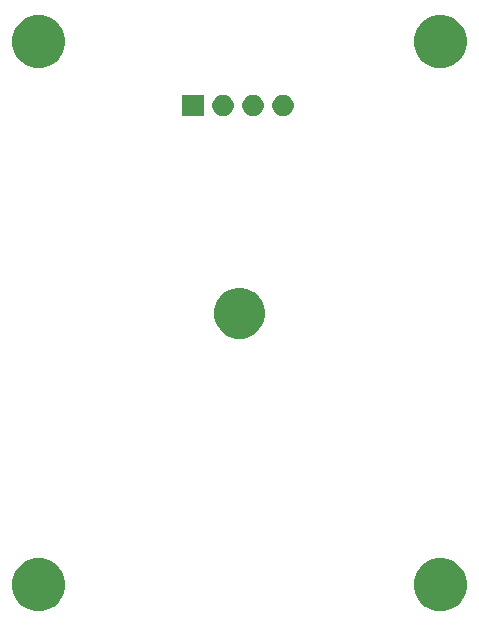
<source format=gbr>
G04 #@! TF.GenerationSoftware,KiCad,Pcbnew,(5.1.5)-3*
G04 #@! TF.CreationDate,2020-10-16T21:55:23+02:00*
G04 #@! TF.ProjectId,_Level,b54c6576-656c-42e6-9b69-6361645f7063,rev?*
G04 #@! TF.SameCoordinates,Original*
G04 #@! TF.FileFunction,Soldermask,Bot*
G04 #@! TF.FilePolarity,Negative*
%FSLAX46Y46*%
G04 Gerber Fmt 4.6, Leading zero omitted, Abs format (unit mm)*
G04 Created by KiCad (PCBNEW (5.1.5)-3) date 2020-10-16 21:55:23*
%MOMM*%
%LPD*%
G04 APERTURE LIST*
%ADD10C,0.100000*%
G04 APERTURE END LIST*
D10*
G36*
X138275880Y-110759776D02*
G01*
X138656593Y-110835504D01*
X139066249Y-111005189D01*
X139434929Y-111251534D01*
X139748466Y-111565071D01*
X139994811Y-111933751D01*
X140164496Y-112343407D01*
X140251000Y-112778296D01*
X140251000Y-113221704D01*
X140164496Y-113656593D01*
X139994811Y-114066249D01*
X139748466Y-114434929D01*
X139434929Y-114748466D01*
X139066249Y-114994811D01*
X138656593Y-115164496D01*
X138275880Y-115240224D01*
X138221705Y-115251000D01*
X137778295Y-115251000D01*
X137724120Y-115240224D01*
X137343407Y-115164496D01*
X136933751Y-114994811D01*
X136565071Y-114748466D01*
X136251534Y-114434929D01*
X136005189Y-114066249D01*
X135835504Y-113656593D01*
X135749000Y-113221704D01*
X135749000Y-112778296D01*
X135835504Y-112343407D01*
X136005189Y-111933751D01*
X136251534Y-111565071D01*
X136565071Y-111251534D01*
X136933751Y-111005189D01*
X137343407Y-110835504D01*
X137724120Y-110759776D01*
X137778295Y-110749000D01*
X138221705Y-110749000D01*
X138275880Y-110759776D01*
G37*
G36*
X172275880Y-110759776D02*
G01*
X172656593Y-110835504D01*
X173066249Y-111005189D01*
X173434929Y-111251534D01*
X173748466Y-111565071D01*
X173994811Y-111933751D01*
X174164496Y-112343407D01*
X174251000Y-112778296D01*
X174251000Y-113221704D01*
X174164496Y-113656593D01*
X173994811Y-114066249D01*
X173748466Y-114434929D01*
X173434929Y-114748466D01*
X173066249Y-114994811D01*
X172656593Y-115164496D01*
X172275880Y-115240224D01*
X172221705Y-115251000D01*
X171778295Y-115251000D01*
X171724120Y-115240224D01*
X171343407Y-115164496D01*
X170933751Y-114994811D01*
X170565071Y-114748466D01*
X170251534Y-114434929D01*
X170005189Y-114066249D01*
X169835504Y-113656593D01*
X169749000Y-113221704D01*
X169749000Y-112778296D01*
X169835504Y-112343407D01*
X170005189Y-111933751D01*
X170251534Y-111565071D01*
X170565071Y-111251534D01*
X170933751Y-111005189D01*
X171343407Y-110835504D01*
X171724120Y-110759776D01*
X171778295Y-110749000D01*
X172221705Y-110749000D01*
X172275880Y-110759776D01*
G37*
G36*
X155627423Y-87931661D02*
G01*
X156018879Y-88093807D01*
X156018881Y-88093808D01*
X156371183Y-88329209D01*
X156670791Y-88628817D01*
X156906192Y-88981119D01*
X156906193Y-88981121D01*
X157068339Y-89372577D01*
X157151000Y-89788144D01*
X157151000Y-90211856D01*
X157068339Y-90627423D01*
X156906193Y-91018879D01*
X156906192Y-91018881D01*
X156670791Y-91371183D01*
X156371183Y-91670791D01*
X156018881Y-91906192D01*
X156018880Y-91906193D01*
X156018879Y-91906193D01*
X155627423Y-92068339D01*
X155211856Y-92151000D01*
X154788144Y-92151000D01*
X154372577Y-92068339D01*
X153981121Y-91906193D01*
X153981120Y-91906193D01*
X153981119Y-91906192D01*
X153628817Y-91670791D01*
X153329209Y-91371183D01*
X153093808Y-91018881D01*
X153093807Y-91018879D01*
X152931661Y-90627423D01*
X152849000Y-90211856D01*
X152849000Y-89788144D01*
X152931661Y-89372577D01*
X153093807Y-88981121D01*
X153093808Y-88981119D01*
X153329209Y-88628817D01*
X153628817Y-88329209D01*
X153981119Y-88093808D01*
X153981121Y-88093807D01*
X154372577Y-87931661D01*
X154788144Y-87849000D01*
X155211856Y-87849000D01*
X155627423Y-87931661D01*
G37*
G36*
X151971000Y-73311000D02*
G01*
X150169000Y-73311000D01*
X150169000Y-71509000D01*
X151971000Y-71509000D01*
X151971000Y-73311000D01*
G37*
G36*
X153723512Y-71513927D02*
G01*
X153872812Y-71543624D01*
X154036784Y-71611544D01*
X154184354Y-71710147D01*
X154309853Y-71835646D01*
X154408456Y-71983216D01*
X154476376Y-72147188D01*
X154511000Y-72321259D01*
X154511000Y-72498741D01*
X154476376Y-72672812D01*
X154408456Y-72836784D01*
X154309853Y-72984354D01*
X154184354Y-73109853D01*
X154036784Y-73208456D01*
X153872812Y-73276376D01*
X153723512Y-73306073D01*
X153698742Y-73311000D01*
X153521258Y-73311000D01*
X153496488Y-73306073D01*
X153347188Y-73276376D01*
X153183216Y-73208456D01*
X153035646Y-73109853D01*
X152910147Y-72984354D01*
X152811544Y-72836784D01*
X152743624Y-72672812D01*
X152709000Y-72498741D01*
X152709000Y-72321259D01*
X152743624Y-72147188D01*
X152811544Y-71983216D01*
X152910147Y-71835646D01*
X153035646Y-71710147D01*
X153183216Y-71611544D01*
X153347188Y-71543624D01*
X153496488Y-71513927D01*
X153521258Y-71509000D01*
X153698742Y-71509000D01*
X153723512Y-71513927D01*
G37*
G36*
X156263512Y-71513927D02*
G01*
X156412812Y-71543624D01*
X156576784Y-71611544D01*
X156724354Y-71710147D01*
X156849853Y-71835646D01*
X156948456Y-71983216D01*
X157016376Y-72147188D01*
X157051000Y-72321259D01*
X157051000Y-72498741D01*
X157016376Y-72672812D01*
X156948456Y-72836784D01*
X156849853Y-72984354D01*
X156724354Y-73109853D01*
X156576784Y-73208456D01*
X156412812Y-73276376D01*
X156263512Y-73306073D01*
X156238742Y-73311000D01*
X156061258Y-73311000D01*
X156036488Y-73306073D01*
X155887188Y-73276376D01*
X155723216Y-73208456D01*
X155575646Y-73109853D01*
X155450147Y-72984354D01*
X155351544Y-72836784D01*
X155283624Y-72672812D01*
X155249000Y-72498741D01*
X155249000Y-72321259D01*
X155283624Y-72147188D01*
X155351544Y-71983216D01*
X155450147Y-71835646D01*
X155575646Y-71710147D01*
X155723216Y-71611544D01*
X155887188Y-71543624D01*
X156036488Y-71513927D01*
X156061258Y-71509000D01*
X156238742Y-71509000D01*
X156263512Y-71513927D01*
G37*
G36*
X158803512Y-71513927D02*
G01*
X158952812Y-71543624D01*
X159116784Y-71611544D01*
X159264354Y-71710147D01*
X159389853Y-71835646D01*
X159488456Y-71983216D01*
X159556376Y-72147188D01*
X159591000Y-72321259D01*
X159591000Y-72498741D01*
X159556376Y-72672812D01*
X159488456Y-72836784D01*
X159389853Y-72984354D01*
X159264354Y-73109853D01*
X159116784Y-73208456D01*
X158952812Y-73276376D01*
X158803512Y-73306073D01*
X158778742Y-73311000D01*
X158601258Y-73311000D01*
X158576488Y-73306073D01*
X158427188Y-73276376D01*
X158263216Y-73208456D01*
X158115646Y-73109853D01*
X157990147Y-72984354D01*
X157891544Y-72836784D01*
X157823624Y-72672812D01*
X157789000Y-72498741D01*
X157789000Y-72321259D01*
X157823624Y-72147188D01*
X157891544Y-71983216D01*
X157990147Y-71835646D01*
X158115646Y-71710147D01*
X158263216Y-71611544D01*
X158427188Y-71543624D01*
X158576488Y-71513927D01*
X158601258Y-71509000D01*
X158778742Y-71509000D01*
X158803512Y-71513927D01*
G37*
G36*
X138275880Y-64759776D02*
G01*
X138656593Y-64835504D01*
X139066249Y-65005189D01*
X139434929Y-65251534D01*
X139748466Y-65565071D01*
X139994811Y-65933751D01*
X140164496Y-66343407D01*
X140251000Y-66778296D01*
X140251000Y-67221704D01*
X140164496Y-67656593D01*
X139994811Y-68066249D01*
X139748466Y-68434929D01*
X139434929Y-68748466D01*
X139066249Y-68994811D01*
X138656593Y-69164496D01*
X138275880Y-69240224D01*
X138221705Y-69251000D01*
X137778295Y-69251000D01*
X137724120Y-69240224D01*
X137343407Y-69164496D01*
X136933751Y-68994811D01*
X136565071Y-68748466D01*
X136251534Y-68434929D01*
X136005189Y-68066249D01*
X135835504Y-67656593D01*
X135749000Y-67221704D01*
X135749000Y-66778296D01*
X135835504Y-66343407D01*
X136005189Y-65933751D01*
X136251534Y-65565071D01*
X136565071Y-65251534D01*
X136933751Y-65005189D01*
X137343407Y-64835504D01*
X137724120Y-64759776D01*
X137778295Y-64749000D01*
X138221705Y-64749000D01*
X138275880Y-64759776D01*
G37*
G36*
X172275880Y-64759776D02*
G01*
X172656593Y-64835504D01*
X173066249Y-65005189D01*
X173434929Y-65251534D01*
X173748466Y-65565071D01*
X173994811Y-65933751D01*
X174164496Y-66343407D01*
X174251000Y-66778296D01*
X174251000Y-67221704D01*
X174164496Y-67656593D01*
X173994811Y-68066249D01*
X173748466Y-68434929D01*
X173434929Y-68748466D01*
X173066249Y-68994811D01*
X172656593Y-69164496D01*
X172275880Y-69240224D01*
X172221705Y-69251000D01*
X171778295Y-69251000D01*
X171724120Y-69240224D01*
X171343407Y-69164496D01*
X170933751Y-68994811D01*
X170565071Y-68748466D01*
X170251534Y-68434929D01*
X170005189Y-68066249D01*
X169835504Y-67656593D01*
X169749000Y-67221704D01*
X169749000Y-66778296D01*
X169835504Y-66343407D01*
X170005189Y-65933751D01*
X170251534Y-65565071D01*
X170565071Y-65251534D01*
X170933751Y-65005189D01*
X171343407Y-64835504D01*
X171724120Y-64759776D01*
X171778295Y-64749000D01*
X172221705Y-64749000D01*
X172275880Y-64759776D01*
G37*
M02*

</source>
